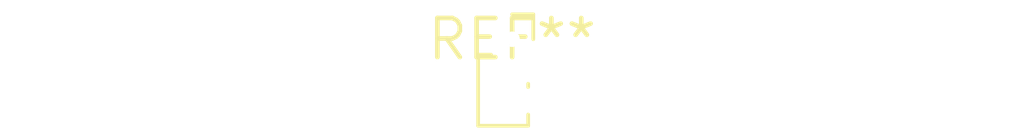
<source format=kicad_pcb>
(kicad_pcb (version 20240108) (generator pcbnew)
  (layers (0 "F.Cu" signal) (31 "B.Cu" signal) (34 "B.Paste" user) (35 "F.Paste" user) (36 "B.SilkS" user "B.Silkscreen") (37 "F.SilkS" user "F.Silkscreen") (38 "B.Mask" user) (39 "F.Mask" user) (44 "Edge.Cuts" user))
  (net 0 "")
  (footprint "PinSocket_1x03_P1.00mm_Vertical" (layer "F.Cu") (at 0 0)
    (property "Reference" "REF**")
    (property "Value" "PinSocket_1x03_P1.00mm_Vertical")
    (fp_line (start -1.1 0.5) (end -1.1 2.81) (layer "F.SilkS") (stroke (width 0.12)))
    (fp_line (start -1.1 0.5) (end -0.685 0.5) (layer "F.SilkS") (stroke (width 0.12)))
    (fp_line (start -1.1 2.81) (end 0.52 2.81) (layer "F.SilkS") (stroke (width 0.12)))
    (fp_line (start 0 -0.81) (end 0.685 -0.81) (layer "F.SilkS") (stroke (width 0.12)))
    (fp_line (start 0.52 1.445898) (end 0.52 1.554102) (layer "F.SilkS") (stroke (width 0.12)))
    (fp_line (start 0.52 2.445898) (end 0.52 2.81) (layer "F.SilkS") (stroke (width 0.12)))
    (fp_line (start 0.685 -0.81) (end 0.685 0) (layer "F.SilkS") (stroke (width 0.12)))
    (pad "1" thru_hole rect (at 0 0) (size 0.85 0.85) (drill 0.5) (layers *.Cu *.Mask) (remove_unused_layers))
    (pad "2" thru_hole oval (at 0 1) (size 0.85 0.85) (drill 0.5) (layers *.Cu *.Mask) (remove_unused_layers))
    (pad "3" thru_hole oval (at 0 2) (size 0.85 0.85) (drill 0.5) (layers *.Cu *.Mask) (remove_unused_layers))
  )
)
</source>
